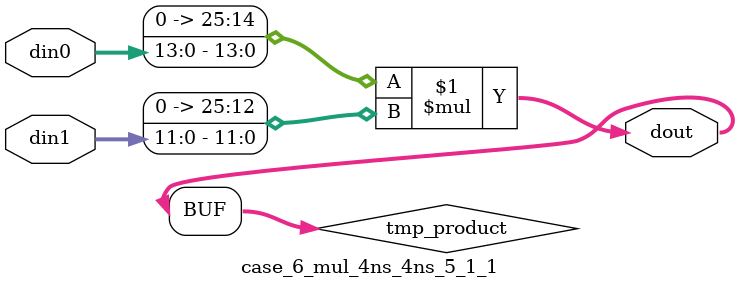
<source format=v>

`timescale 1 ns / 1 ps

 module case_6_mul_4ns_4ns_5_1_1(din0, din1, dout);
parameter ID = 1;
parameter NUM_STAGE = 0;
parameter din0_WIDTH = 14;
parameter din1_WIDTH = 12;
parameter dout_WIDTH = 26;

input [din0_WIDTH - 1 : 0] din0; 
input [din1_WIDTH - 1 : 0] din1; 
output [dout_WIDTH - 1 : 0] dout;

wire signed [dout_WIDTH - 1 : 0] tmp_product;
























assign tmp_product = $signed({1'b0, din0}) * $signed({1'b0, din1});











assign dout = tmp_product;





















endmodule

</source>
